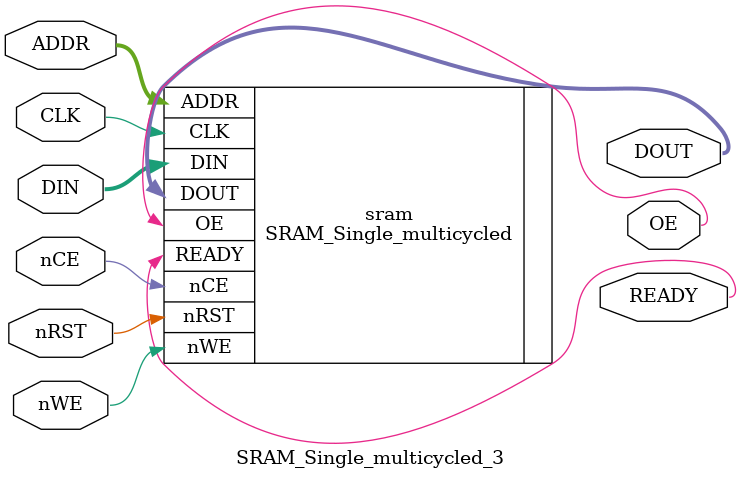
<source format=v>
`include "testdrive_system.vh"

module SRAM_Single_multicycled_3 (
	input					CLK,	// clock
	input					nRST,	// reset (active low)
	input					nCE,	// chip enable (active low)
	input					nWE,	// write enable (active low)
	output					READY,	// input ready
	input	[7:0]			ADDR,	// address
	input	[63:0]			DIN,	// data input
	output					OE,		// output enable
	output	[63:0]			DOUT	// data output
);

// definition & assignment ---------------------------------------------------

// implementation ------------------------------------------------------------
SRAM_Single_multicycled #(
	.CYCLE			(3)
) sram (
	.CLK			(CLK),
	.nRST			(nRST),
	.nCE			(nCE),
	.nWE			(nWE),
	.READY			(READY),
	.ADDR			(ADDR),
	.DIN			(DIN),
	.OE				(OE),
	.DOUT			(DOUT)
);

endmodule

</source>
